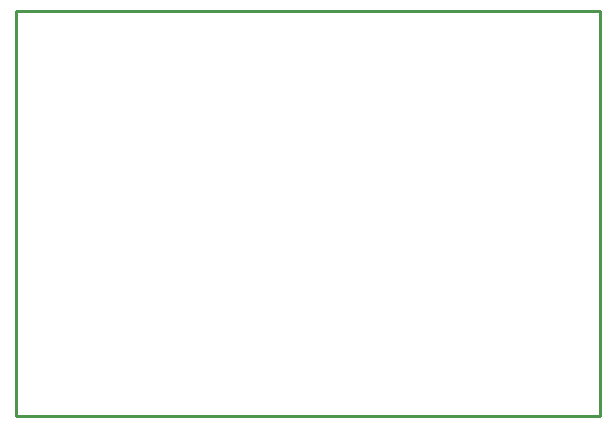
<source format=gko>
G04*
G04 #@! TF.GenerationSoftware,Altium Limited,Altium Designer,21.0.8 (223)*
G04*
G04 Layer_Color=16711935*
%FSLAX25Y25*%
%MOIN*%
G70*
G04*
G04 #@! TF.SameCoordinates,E158979E-E8F5-4E42-ABDF-87379EC9601E*
G04*
G04*
G04 #@! TF.FilePolarity,Positive*
G04*
G01*
G75*
%ADD10C,0.01000*%
D10*
X200000Y217000D02*
Y352000D01*
Y217000D02*
X394500D01*
X394500Y352000D02*
X394500Y217000D01*
X200000Y352000D02*
X394500D01*
M02*

</source>
